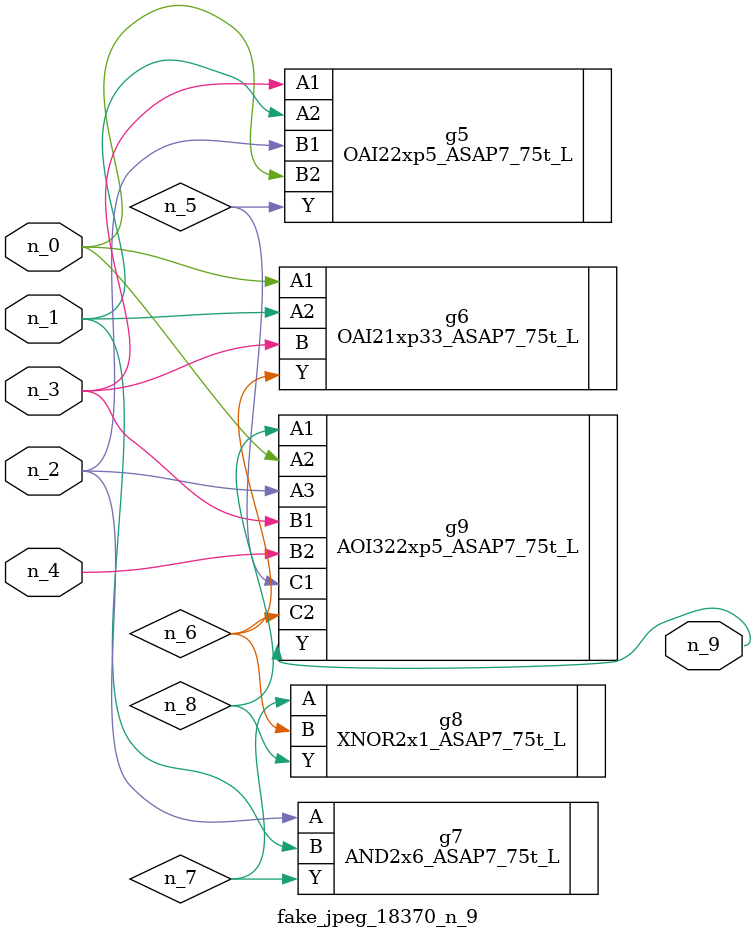
<source format=v>
module fake_jpeg_18370_n_9 (n_3, n_2, n_1, n_0, n_4, n_9);

input n_3;
input n_2;
input n_1;
input n_0;
input n_4;

output n_9;

wire n_8;
wire n_6;
wire n_5;
wire n_7;

OAI22xp5_ASAP7_75t_L g5 ( 
.A1(n_3),
.A2(n_1),
.B1(n_2),
.B2(n_0),
.Y(n_5)
);

OAI21xp33_ASAP7_75t_L g6 ( 
.A1(n_0),
.A2(n_1),
.B(n_3),
.Y(n_6)
);

AND2x6_ASAP7_75t_L g7 ( 
.A(n_2),
.B(n_1),
.Y(n_7)
);

XNOR2x1_ASAP7_75t_L g8 ( 
.A(n_7),
.B(n_6),
.Y(n_8)
);

AOI322xp5_ASAP7_75t_L g9 ( 
.A1(n_8),
.A2(n_0),
.A3(n_2),
.B1(n_3),
.B2(n_4),
.C1(n_5),
.C2(n_6),
.Y(n_9)
);


endmodule
</source>
